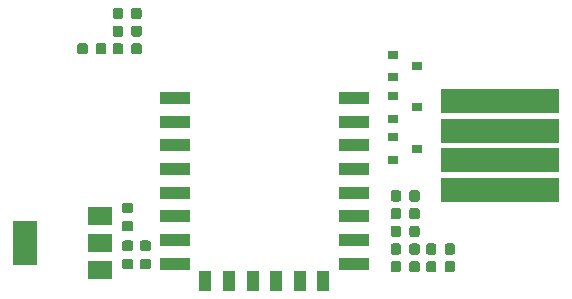
<source format=gbr>
G04 #@! TF.GenerationSoftware,KiCad,Pcbnew,5.0.1*
G04 #@! TF.CreationDate,2019-01-30T16:31:46+01:00*
G04 #@! TF.ProjectId,esp8266_rgb_strip_controller,657370383236365F736578795F737472,rev?*
G04 #@! TF.SameCoordinates,Original*
G04 #@! TF.FileFunction,Paste,Top*
G04 #@! TF.FilePolarity,Positive*
%FSLAX46Y46*%
G04 Gerber Fmt 4.6, Leading zero omitted, Abs format (unit mm)*
G04 Created by KiCad (PCBNEW 5.0.1) date Wed 30 Jan 2019 04:31:46 PM CET*
%MOMM*%
%LPD*%
G01*
G04 APERTURE LIST*
%ADD10R,2.500000X1.000000*%
%ADD11R,1.000000X1.800000*%
%ADD12R,0.900000X0.800000*%
%ADD13C,0.100000*%
%ADD14C,0.875000*%
%ADD15R,2.000000X3.800000*%
%ADD16R,2.000000X1.500000*%
%ADD17R,10.000000X2.000000*%
G04 APERTURE END LIST*
D10*
G04 #@! TO.C,U2*
X109475001Y-67725001D03*
X109475001Y-69725001D03*
X109475001Y-71725001D03*
X109475001Y-73725001D03*
X109475001Y-75725001D03*
X109475001Y-77725001D03*
X109475001Y-79725001D03*
X109475001Y-81725001D03*
D11*
X112075001Y-83225001D03*
X114075001Y-83225001D03*
X116075001Y-83225001D03*
X118075001Y-83225001D03*
X120075001Y-83225001D03*
X122075001Y-83225001D03*
D10*
X124675001Y-81725001D03*
X124675001Y-79725001D03*
X124675001Y-77725001D03*
X124675001Y-75725001D03*
X124675001Y-73725001D03*
X124675001Y-71725001D03*
X124675001Y-69725001D03*
X124675001Y-67725001D03*
G04 #@! TD*
D12*
G04 #@! TO.C,Q1*
X128000000Y-64050000D03*
X128000000Y-65950000D03*
X130000000Y-65000000D03*
G04 #@! TD*
G04 #@! TO.C,Q2*
X130000000Y-68500000D03*
X128000000Y-69450000D03*
X128000000Y-67550000D03*
G04 #@! TD*
G04 #@! TO.C,Q3*
X128000000Y-71050000D03*
X128000000Y-72950000D03*
X130000000Y-72000000D03*
G04 #@! TD*
D13*
G04 #@! TO.C,R1*
G36*
X106490191Y-61576053D02*
X106511426Y-61579203D01*
X106532250Y-61584419D01*
X106552462Y-61591651D01*
X106571868Y-61600830D01*
X106590281Y-61611866D01*
X106607524Y-61624654D01*
X106623430Y-61639070D01*
X106637846Y-61654976D01*
X106650634Y-61672219D01*
X106661670Y-61690632D01*
X106670849Y-61710038D01*
X106678081Y-61730250D01*
X106683297Y-61751074D01*
X106686447Y-61772309D01*
X106687500Y-61793750D01*
X106687500Y-62306250D01*
X106686447Y-62327691D01*
X106683297Y-62348926D01*
X106678081Y-62369750D01*
X106670849Y-62389962D01*
X106661670Y-62409368D01*
X106650634Y-62427781D01*
X106637846Y-62445024D01*
X106623430Y-62460930D01*
X106607524Y-62475346D01*
X106590281Y-62488134D01*
X106571868Y-62499170D01*
X106552462Y-62508349D01*
X106532250Y-62515581D01*
X106511426Y-62520797D01*
X106490191Y-62523947D01*
X106468750Y-62525000D01*
X106031250Y-62525000D01*
X106009809Y-62523947D01*
X105988574Y-62520797D01*
X105967750Y-62515581D01*
X105947538Y-62508349D01*
X105928132Y-62499170D01*
X105909719Y-62488134D01*
X105892476Y-62475346D01*
X105876570Y-62460930D01*
X105862154Y-62445024D01*
X105849366Y-62427781D01*
X105838330Y-62409368D01*
X105829151Y-62389962D01*
X105821919Y-62369750D01*
X105816703Y-62348926D01*
X105813553Y-62327691D01*
X105812500Y-62306250D01*
X105812500Y-61793750D01*
X105813553Y-61772309D01*
X105816703Y-61751074D01*
X105821919Y-61730250D01*
X105829151Y-61710038D01*
X105838330Y-61690632D01*
X105849366Y-61672219D01*
X105862154Y-61654976D01*
X105876570Y-61639070D01*
X105892476Y-61624654D01*
X105909719Y-61611866D01*
X105928132Y-61600830D01*
X105947538Y-61591651D01*
X105967750Y-61584419D01*
X105988574Y-61579203D01*
X106009809Y-61576053D01*
X106031250Y-61575000D01*
X106468750Y-61575000D01*
X106490191Y-61576053D01*
X106490191Y-61576053D01*
G37*
D14*
X106250000Y-62050000D03*
D13*
G36*
X104915191Y-61576053D02*
X104936426Y-61579203D01*
X104957250Y-61584419D01*
X104977462Y-61591651D01*
X104996868Y-61600830D01*
X105015281Y-61611866D01*
X105032524Y-61624654D01*
X105048430Y-61639070D01*
X105062846Y-61654976D01*
X105075634Y-61672219D01*
X105086670Y-61690632D01*
X105095849Y-61710038D01*
X105103081Y-61730250D01*
X105108297Y-61751074D01*
X105111447Y-61772309D01*
X105112500Y-61793750D01*
X105112500Y-62306250D01*
X105111447Y-62327691D01*
X105108297Y-62348926D01*
X105103081Y-62369750D01*
X105095849Y-62389962D01*
X105086670Y-62409368D01*
X105075634Y-62427781D01*
X105062846Y-62445024D01*
X105048430Y-62460930D01*
X105032524Y-62475346D01*
X105015281Y-62488134D01*
X104996868Y-62499170D01*
X104977462Y-62508349D01*
X104957250Y-62515581D01*
X104936426Y-62520797D01*
X104915191Y-62523947D01*
X104893750Y-62525000D01*
X104456250Y-62525000D01*
X104434809Y-62523947D01*
X104413574Y-62520797D01*
X104392750Y-62515581D01*
X104372538Y-62508349D01*
X104353132Y-62499170D01*
X104334719Y-62488134D01*
X104317476Y-62475346D01*
X104301570Y-62460930D01*
X104287154Y-62445024D01*
X104274366Y-62427781D01*
X104263330Y-62409368D01*
X104254151Y-62389962D01*
X104246919Y-62369750D01*
X104241703Y-62348926D01*
X104238553Y-62327691D01*
X104237500Y-62306250D01*
X104237500Y-61793750D01*
X104238553Y-61772309D01*
X104241703Y-61751074D01*
X104246919Y-61730250D01*
X104254151Y-61710038D01*
X104263330Y-61690632D01*
X104274366Y-61672219D01*
X104287154Y-61654976D01*
X104301570Y-61639070D01*
X104317476Y-61624654D01*
X104334719Y-61611866D01*
X104353132Y-61600830D01*
X104372538Y-61591651D01*
X104392750Y-61584419D01*
X104413574Y-61579203D01*
X104434809Y-61576053D01*
X104456250Y-61575000D01*
X104893750Y-61575000D01*
X104915191Y-61576053D01*
X104915191Y-61576053D01*
G37*
D14*
X104675000Y-62050000D03*
G04 #@! TD*
D13*
G04 #@! TO.C,R2*
G36*
X104915191Y-60076053D02*
X104936426Y-60079203D01*
X104957250Y-60084419D01*
X104977462Y-60091651D01*
X104996868Y-60100830D01*
X105015281Y-60111866D01*
X105032524Y-60124654D01*
X105048430Y-60139070D01*
X105062846Y-60154976D01*
X105075634Y-60172219D01*
X105086670Y-60190632D01*
X105095849Y-60210038D01*
X105103081Y-60230250D01*
X105108297Y-60251074D01*
X105111447Y-60272309D01*
X105112500Y-60293750D01*
X105112500Y-60806250D01*
X105111447Y-60827691D01*
X105108297Y-60848926D01*
X105103081Y-60869750D01*
X105095849Y-60889962D01*
X105086670Y-60909368D01*
X105075634Y-60927781D01*
X105062846Y-60945024D01*
X105048430Y-60960930D01*
X105032524Y-60975346D01*
X105015281Y-60988134D01*
X104996868Y-60999170D01*
X104977462Y-61008349D01*
X104957250Y-61015581D01*
X104936426Y-61020797D01*
X104915191Y-61023947D01*
X104893750Y-61025000D01*
X104456250Y-61025000D01*
X104434809Y-61023947D01*
X104413574Y-61020797D01*
X104392750Y-61015581D01*
X104372538Y-61008349D01*
X104353132Y-60999170D01*
X104334719Y-60988134D01*
X104317476Y-60975346D01*
X104301570Y-60960930D01*
X104287154Y-60945024D01*
X104274366Y-60927781D01*
X104263330Y-60909368D01*
X104254151Y-60889962D01*
X104246919Y-60869750D01*
X104241703Y-60848926D01*
X104238553Y-60827691D01*
X104237500Y-60806250D01*
X104237500Y-60293750D01*
X104238553Y-60272309D01*
X104241703Y-60251074D01*
X104246919Y-60230250D01*
X104254151Y-60210038D01*
X104263330Y-60190632D01*
X104274366Y-60172219D01*
X104287154Y-60154976D01*
X104301570Y-60139070D01*
X104317476Y-60124654D01*
X104334719Y-60111866D01*
X104353132Y-60100830D01*
X104372538Y-60091651D01*
X104392750Y-60084419D01*
X104413574Y-60079203D01*
X104434809Y-60076053D01*
X104456250Y-60075000D01*
X104893750Y-60075000D01*
X104915191Y-60076053D01*
X104915191Y-60076053D01*
G37*
D14*
X104675000Y-60550000D03*
D13*
G36*
X106490191Y-60076053D02*
X106511426Y-60079203D01*
X106532250Y-60084419D01*
X106552462Y-60091651D01*
X106571868Y-60100830D01*
X106590281Y-60111866D01*
X106607524Y-60124654D01*
X106623430Y-60139070D01*
X106637846Y-60154976D01*
X106650634Y-60172219D01*
X106661670Y-60190632D01*
X106670849Y-60210038D01*
X106678081Y-60230250D01*
X106683297Y-60251074D01*
X106686447Y-60272309D01*
X106687500Y-60293750D01*
X106687500Y-60806250D01*
X106686447Y-60827691D01*
X106683297Y-60848926D01*
X106678081Y-60869750D01*
X106670849Y-60889962D01*
X106661670Y-60909368D01*
X106650634Y-60927781D01*
X106637846Y-60945024D01*
X106623430Y-60960930D01*
X106607524Y-60975346D01*
X106590281Y-60988134D01*
X106571868Y-60999170D01*
X106552462Y-61008349D01*
X106532250Y-61015581D01*
X106511426Y-61020797D01*
X106490191Y-61023947D01*
X106468750Y-61025000D01*
X106031250Y-61025000D01*
X106009809Y-61023947D01*
X105988574Y-61020797D01*
X105967750Y-61015581D01*
X105947538Y-61008349D01*
X105928132Y-60999170D01*
X105909719Y-60988134D01*
X105892476Y-60975346D01*
X105876570Y-60960930D01*
X105862154Y-60945024D01*
X105849366Y-60927781D01*
X105838330Y-60909368D01*
X105829151Y-60889962D01*
X105821919Y-60869750D01*
X105816703Y-60848926D01*
X105813553Y-60827691D01*
X105812500Y-60806250D01*
X105812500Y-60293750D01*
X105813553Y-60272309D01*
X105816703Y-60251074D01*
X105821919Y-60230250D01*
X105829151Y-60210038D01*
X105838330Y-60190632D01*
X105849366Y-60172219D01*
X105862154Y-60154976D01*
X105876570Y-60139070D01*
X105892476Y-60124654D01*
X105909719Y-60111866D01*
X105928132Y-60100830D01*
X105947538Y-60091651D01*
X105967750Y-60084419D01*
X105988574Y-60079203D01*
X106009809Y-60076053D01*
X106031250Y-60075000D01*
X106468750Y-60075000D01*
X106490191Y-60076053D01*
X106490191Y-60076053D01*
G37*
D14*
X106250000Y-60550000D03*
G04 #@! TD*
D13*
G04 #@! TO.C,R3*
G36*
X101915191Y-63076053D02*
X101936426Y-63079203D01*
X101957250Y-63084419D01*
X101977462Y-63091651D01*
X101996868Y-63100830D01*
X102015281Y-63111866D01*
X102032524Y-63124654D01*
X102048430Y-63139070D01*
X102062846Y-63154976D01*
X102075634Y-63172219D01*
X102086670Y-63190632D01*
X102095849Y-63210038D01*
X102103081Y-63230250D01*
X102108297Y-63251074D01*
X102111447Y-63272309D01*
X102112500Y-63293750D01*
X102112500Y-63806250D01*
X102111447Y-63827691D01*
X102108297Y-63848926D01*
X102103081Y-63869750D01*
X102095849Y-63889962D01*
X102086670Y-63909368D01*
X102075634Y-63927781D01*
X102062846Y-63945024D01*
X102048430Y-63960930D01*
X102032524Y-63975346D01*
X102015281Y-63988134D01*
X101996868Y-63999170D01*
X101977462Y-64008349D01*
X101957250Y-64015581D01*
X101936426Y-64020797D01*
X101915191Y-64023947D01*
X101893750Y-64025000D01*
X101456250Y-64025000D01*
X101434809Y-64023947D01*
X101413574Y-64020797D01*
X101392750Y-64015581D01*
X101372538Y-64008349D01*
X101353132Y-63999170D01*
X101334719Y-63988134D01*
X101317476Y-63975346D01*
X101301570Y-63960930D01*
X101287154Y-63945024D01*
X101274366Y-63927781D01*
X101263330Y-63909368D01*
X101254151Y-63889962D01*
X101246919Y-63869750D01*
X101241703Y-63848926D01*
X101238553Y-63827691D01*
X101237500Y-63806250D01*
X101237500Y-63293750D01*
X101238553Y-63272309D01*
X101241703Y-63251074D01*
X101246919Y-63230250D01*
X101254151Y-63210038D01*
X101263330Y-63190632D01*
X101274366Y-63172219D01*
X101287154Y-63154976D01*
X101301570Y-63139070D01*
X101317476Y-63124654D01*
X101334719Y-63111866D01*
X101353132Y-63100830D01*
X101372538Y-63091651D01*
X101392750Y-63084419D01*
X101413574Y-63079203D01*
X101434809Y-63076053D01*
X101456250Y-63075000D01*
X101893750Y-63075000D01*
X101915191Y-63076053D01*
X101915191Y-63076053D01*
G37*
D14*
X101675000Y-63550000D03*
D13*
G36*
X103490191Y-63076053D02*
X103511426Y-63079203D01*
X103532250Y-63084419D01*
X103552462Y-63091651D01*
X103571868Y-63100830D01*
X103590281Y-63111866D01*
X103607524Y-63124654D01*
X103623430Y-63139070D01*
X103637846Y-63154976D01*
X103650634Y-63172219D01*
X103661670Y-63190632D01*
X103670849Y-63210038D01*
X103678081Y-63230250D01*
X103683297Y-63251074D01*
X103686447Y-63272309D01*
X103687500Y-63293750D01*
X103687500Y-63806250D01*
X103686447Y-63827691D01*
X103683297Y-63848926D01*
X103678081Y-63869750D01*
X103670849Y-63889962D01*
X103661670Y-63909368D01*
X103650634Y-63927781D01*
X103637846Y-63945024D01*
X103623430Y-63960930D01*
X103607524Y-63975346D01*
X103590281Y-63988134D01*
X103571868Y-63999170D01*
X103552462Y-64008349D01*
X103532250Y-64015581D01*
X103511426Y-64020797D01*
X103490191Y-64023947D01*
X103468750Y-64025000D01*
X103031250Y-64025000D01*
X103009809Y-64023947D01*
X102988574Y-64020797D01*
X102967750Y-64015581D01*
X102947538Y-64008349D01*
X102928132Y-63999170D01*
X102909719Y-63988134D01*
X102892476Y-63975346D01*
X102876570Y-63960930D01*
X102862154Y-63945024D01*
X102849366Y-63927781D01*
X102838330Y-63909368D01*
X102829151Y-63889962D01*
X102821919Y-63869750D01*
X102816703Y-63848926D01*
X102813553Y-63827691D01*
X102812500Y-63806250D01*
X102812500Y-63293750D01*
X102813553Y-63272309D01*
X102816703Y-63251074D01*
X102821919Y-63230250D01*
X102829151Y-63210038D01*
X102838330Y-63190632D01*
X102849366Y-63172219D01*
X102862154Y-63154976D01*
X102876570Y-63139070D01*
X102892476Y-63124654D01*
X102909719Y-63111866D01*
X102928132Y-63100830D01*
X102947538Y-63091651D01*
X102967750Y-63084419D01*
X102988574Y-63079203D01*
X103009809Y-63076053D01*
X103031250Y-63075000D01*
X103468750Y-63075000D01*
X103490191Y-63076053D01*
X103490191Y-63076053D01*
G37*
D14*
X103250000Y-63550000D03*
G04 #@! TD*
D13*
G04 #@! TO.C,R4*
G36*
X106490191Y-63076053D02*
X106511426Y-63079203D01*
X106532250Y-63084419D01*
X106552462Y-63091651D01*
X106571868Y-63100830D01*
X106590281Y-63111866D01*
X106607524Y-63124654D01*
X106623430Y-63139070D01*
X106637846Y-63154976D01*
X106650634Y-63172219D01*
X106661670Y-63190632D01*
X106670849Y-63210038D01*
X106678081Y-63230250D01*
X106683297Y-63251074D01*
X106686447Y-63272309D01*
X106687500Y-63293750D01*
X106687500Y-63806250D01*
X106686447Y-63827691D01*
X106683297Y-63848926D01*
X106678081Y-63869750D01*
X106670849Y-63889962D01*
X106661670Y-63909368D01*
X106650634Y-63927781D01*
X106637846Y-63945024D01*
X106623430Y-63960930D01*
X106607524Y-63975346D01*
X106590281Y-63988134D01*
X106571868Y-63999170D01*
X106552462Y-64008349D01*
X106532250Y-64015581D01*
X106511426Y-64020797D01*
X106490191Y-64023947D01*
X106468750Y-64025000D01*
X106031250Y-64025000D01*
X106009809Y-64023947D01*
X105988574Y-64020797D01*
X105967750Y-64015581D01*
X105947538Y-64008349D01*
X105928132Y-63999170D01*
X105909719Y-63988134D01*
X105892476Y-63975346D01*
X105876570Y-63960930D01*
X105862154Y-63945024D01*
X105849366Y-63927781D01*
X105838330Y-63909368D01*
X105829151Y-63889962D01*
X105821919Y-63869750D01*
X105816703Y-63848926D01*
X105813553Y-63827691D01*
X105812500Y-63806250D01*
X105812500Y-63293750D01*
X105813553Y-63272309D01*
X105816703Y-63251074D01*
X105821919Y-63230250D01*
X105829151Y-63210038D01*
X105838330Y-63190632D01*
X105849366Y-63172219D01*
X105862154Y-63154976D01*
X105876570Y-63139070D01*
X105892476Y-63124654D01*
X105909719Y-63111866D01*
X105928132Y-63100830D01*
X105947538Y-63091651D01*
X105967750Y-63084419D01*
X105988574Y-63079203D01*
X106009809Y-63076053D01*
X106031250Y-63075000D01*
X106468750Y-63075000D01*
X106490191Y-63076053D01*
X106490191Y-63076053D01*
G37*
D14*
X106250000Y-63550000D03*
D13*
G36*
X104915191Y-63076053D02*
X104936426Y-63079203D01*
X104957250Y-63084419D01*
X104977462Y-63091651D01*
X104996868Y-63100830D01*
X105015281Y-63111866D01*
X105032524Y-63124654D01*
X105048430Y-63139070D01*
X105062846Y-63154976D01*
X105075634Y-63172219D01*
X105086670Y-63190632D01*
X105095849Y-63210038D01*
X105103081Y-63230250D01*
X105108297Y-63251074D01*
X105111447Y-63272309D01*
X105112500Y-63293750D01*
X105112500Y-63806250D01*
X105111447Y-63827691D01*
X105108297Y-63848926D01*
X105103081Y-63869750D01*
X105095849Y-63889962D01*
X105086670Y-63909368D01*
X105075634Y-63927781D01*
X105062846Y-63945024D01*
X105048430Y-63960930D01*
X105032524Y-63975346D01*
X105015281Y-63988134D01*
X104996868Y-63999170D01*
X104977462Y-64008349D01*
X104957250Y-64015581D01*
X104936426Y-64020797D01*
X104915191Y-64023947D01*
X104893750Y-64025000D01*
X104456250Y-64025000D01*
X104434809Y-64023947D01*
X104413574Y-64020797D01*
X104392750Y-64015581D01*
X104372538Y-64008349D01*
X104353132Y-63999170D01*
X104334719Y-63988134D01*
X104317476Y-63975346D01*
X104301570Y-63960930D01*
X104287154Y-63945024D01*
X104274366Y-63927781D01*
X104263330Y-63909368D01*
X104254151Y-63889962D01*
X104246919Y-63869750D01*
X104241703Y-63848926D01*
X104238553Y-63827691D01*
X104237500Y-63806250D01*
X104237500Y-63293750D01*
X104238553Y-63272309D01*
X104241703Y-63251074D01*
X104246919Y-63230250D01*
X104254151Y-63210038D01*
X104263330Y-63190632D01*
X104274366Y-63172219D01*
X104287154Y-63154976D01*
X104301570Y-63139070D01*
X104317476Y-63124654D01*
X104334719Y-63111866D01*
X104353132Y-63100830D01*
X104372538Y-63091651D01*
X104392750Y-63084419D01*
X104413574Y-63079203D01*
X104434809Y-63076053D01*
X104456250Y-63075000D01*
X104893750Y-63075000D01*
X104915191Y-63076053D01*
X104915191Y-63076053D01*
G37*
D14*
X104675000Y-63550000D03*
G04 #@! TD*
D13*
G04 #@! TO.C,R5*
G36*
X128452691Y-75526053D02*
X128473926Y-75529203D01*
X128494750Y-75534419D01*
X128514962Y-75541651D01*
X128534368Y-75550830D01*
X128552781Y-75561866D01*
X128570024Y-75574654D01*
X128585930Y-75589070D01*
X128600346Y-75604976D01*
X128613134Y-75622219D01*
X128624170Y-75640632D01*
X128633349Y-75660038D01*
X128640581Y-75680250D01*
X128645797Y-75701074D01*
X128648947Y-75722309D01*
X128650000Y-75743750D01*
X128650000Y-76256250D01*
X128648947Y-76277691D01*
X128645797Y-76298926D01*
X128640581Y-76319750D01*
X128633349Y-76339962D01*
X128624170Y-76359368D01*
X128613134Y-76377781D01*
X128600346Y-76395024D01*
X128585930Y-76410930D01*
X128570024Y-76425346D01*
X128552781Y-76438134D01*
X128534368Y-76449170D01*
X128514962Y-76458349D01*
X128494750Y-76465581D01*
X128473926Y-76470797D01*
X128452691Y-76473947D01*
X128431250Y-76475000D01*
X127993750Y-76475000D01*
X127972309Y-76473947D01*
X127951074Y-76470797D01*
X127930250Y-76465581D01*
X127910038Y-76458349D01*
X127890632Y-76449170D01*
X127872219Y-76438134D01*
X127854976Y-76425346D01*
X127839070Y-76410930D01*
X127824654Y-76395024D01*
X127811866Y-76377781D01*
X127800830Y-76359368D01*
X127791651Y-76339962D01*
X127784419Y-76319750D01*
X127779203Y-76298926D01*
X127776053Y-76277691D01*
X127775000Y-76256250D01*
X127775000Y-75743750D01*
X127776053Y-75722309D01*
X127779203Y-75701074D01*
X127784419Y-75680250D01*
X127791651Y-75660038D01*
X127800830Y-75640632D01*
X127811866Y-75622219D01*
X127824654Y-75604976D01*
X127839070Y-75589070D01*
X127854976Y-75574654D01*
X127872219Y-75561866D01*
X127890632Y-75550830D01*
X127910038Y-75541651D01*
X127930250Y-75534419D01*
X127951074Y-75529203D01*
X127972309Y-75526053D01*
X127993750Y-75525000D01*
X128431250Y-75525000D01*
X128452691Y-75526053D01*
X128452691Y-75526053D01*
G37*
D14*
X128212500Y-76000000D03*
D13*
G36*
X130027691Y-75526053D02*
X130048926Y-75529203D01*
X130069750Y-75534419D01*
X130089962Y-75541651D01*
X130109368Y-75550830D01*
X130127781Y-75561866D01*
X130145024Y-75574654D01*
X130160930Y-75589070D01*
X130175346Y-75604976D01*
X130188134Y-75622219D01*
X130199170Y-75640632D01*
X130208349Y-75660038D01*
X130215581Y-75680250D01*
X130220797Y-75701074D01*
X130223947Y-75722309D01*
X130225000Y-75743750D01*
X130225000Y-76256250D01*
X130223947Y-76277691D01*
X130220797Y-76298926D01*
X130215581Y-76319750D01*
X130208349Y-76339962D01*
X130199170Y-76359368D01*
X130188134Y-76377781D01*
X130175346Y-76395024D01*
X130160930Y-76410930D01*
X130145024Y-76425346D01*
X130127781Y-76438134D01*
X130109368Y-76449170D01*
X130089962Y-76458349D01*
X130069750Y-76465581D01*
X130048926Y-76470797D01*
X130027691Y-76473947D01*
X130006250Y-76475000D01*
X129568750Y-76475000D01*
X129547309Y-76473947D01*
X129526074Y-76470797D01*
X129505250Y-76465581D01*
X129485038Y-76458349D01*
X129465632Y-76449170D01*
X129447219Y-76438134D01*
X129429976Y-76425346D01*
X129414070Y-76410930D01*
X129399654Y-76395024D01*
X129386866Y-76377781D01*
X129375830Y-76359368D01*
X129366651Y-76339962D01*
X129359419Y-76319750D01*
X129354203Y-76298926D01*
X129351053Y-76277691D01*
X129350000Y-76256250D01*
X129350000Y-75743750D01*
X129351053Y-75722309D01*
X129354203Y-75701074D01*
X129359419Y-75680250D01*
X129366651Y-75660038D01*
X129375830Y-75640632D01*
X129386866Y-75622219D01*
X129399654Y-75604976D01*
X129414070Y-75589070D01*
X129429976Y-75574654D01*
X129447219Y-75561866D01*
X129465632Y-75550830D01*
X129485038Y-75541651D01*
X129505250Y-75534419D01*
X129526074Y-75529203D01*
X129547309Y-75526053D01*
X129568750Y-75525000D01*
X130006250Y-75525000D01*
X130027691Y-75526053D01*
X130027691Y-75526053D01*
G37*
D14*
X129787500Y-76000000D03*
G04 #@! TD*
D13*
G04 #@! TO.C,R6*
G36*
X128452691Y-77026053D02*
X128473926Y-77029203D01*
X128494750Y-77034419D01*
X128514962Y-77041651D01*
X128534368Y-77050830D01*
X128552781Y-77061866D01*
X128570024Y-77074654D01*
X128585930Y-77089070D01*
X128600346Y-77104976D01*
X128613134Y-77122219D01*
X128624170Y-77140632D01*
X128633349Y-77160038D01*
X128640581Y-77180250D01*
X128645797Y-77201074D01*
X128648947Y-77222309D01*
X128650000Y-77243750D01*
X128650000Y-77756250D01*
X128648947Y-77777691D01*
X128645797Y-77798926D01*
X128640581Y-77819750D01*
X128633349Y-77839962D01*
X128624170Y-77859368D01*
X128613134Y-77877781D01*
X128600346Y-77895024D01*
X128585930Y-77910930D01*
X128570024Y-77925346D01*
X128552781Y-77938134D01*
X128534368Y-77949170D01*
X128514962Y-77958349D01*
X128494750Y-77965581D01*
X128473926Y-77970797D01*
X128452691Y-77973947D01*
X128431250Y-77975000D01*
X127993750Y-77975000D01*
X127972309Y-77973947D01*
X127951074Y-77970797D01*
X127930250Y-77965581D01*
X127910038Y-77958349D01*
X127890632Y-77949170D01*
X127872219Y-77938134D01*
X127854976Y-77925346D01*
X127839070Y-77910930D01*
X127824654Y-77895024D01*
X127811866Y-77877781D01*
X127800830Y-77859368D01*
X127791651Y-77839962D01*
X127784419Y-77819750D01*
X127779203Y-77798926D01*
X127776053Y-77777691D01*
X127775000Y-77756250D01*
X127775000Y-77243750D01*
X127776053Y-77222309D01*
X127779203Y-77201074D01*
X127784419Y-77180250D01*
X127791651Y-77160038D01*
X127800830Y-77140632D01*
X127811866Y-77122219D01*
X127824654Y-77104976D01*
X127839070Y-77089070D01*
X127854976Y-77074654D01*
X127872219Y-77061866D01*
X127890632Y-77050830D01*
X127910038Y-77041651D01*
X127930250Y-77034419D01*
X127951074Y-77029203D01*
X127972309Y-77026053D01*
X127993750Y-77025000D01*
X128431250Y-77025000D01*
X128452691Y-77026053D01*
X128452691Y-77026053D01*
G37*
D14*
X128212500Y-77500000D03*
D13*
G36*
X130027691Y-77026053D02*
X130048926Y-77029203D01*
X130069750Y-77034419D01*
X130089962Y-77041651D01*
X130109368Y-77050830D01*
X130127781Y-77061866D01*
X130145024Y-77074654D01*
X130160930Y-77089070D01*
X130175346Y-77104976D01*
X130188134Y-77122219D01*
X130199170Y-77140632D01*
X130208349Y-77160038D01*
X130215581Y-77180250D01*
X130220797Y-77201074D01*
X130223947Y-77222309D01*
X130225000Y-77243750D01*
X130225000Y-77756250D01*
X130223947Y-77777691D01*
X130220797Y-77798926D01*
X130215581Y-77819750D01*
X130208349Y-77839962D01*
X130199170Y-77859368D01*
X130188134Y-77877781D01*
X130175346Y-77895024D01*
X130160930Y-77910930D01*
X130145024Y-77925346D01*
X130127781Y-77938134D01*
X130109368Y-77949170D01*
X130089962Y-77958349D01*
X130069750Y-77965581D01*
X130048926Y-77970797D01*
X130027691Y-77973947D01*
X130006250Y-77975000D01*
X129568750Y-77975000D01*
X129547309Y-77973947D01*
X129526074Y-77970797D01*
X129505250Y-77965581D01*
X129485038Y-77958349D01*
X129465632Y-77949170D01*
X129447219Y-77938134D01*
X129429976Y-77925346D01*
X129414070Y-77910930D01*
X129399654Y-77895024D01*
X129386866Y-77877781D01*
X129375830Y-77859368D01*
X129366651Y-77839962D01*
X129359419Y-77819750D01*
X129354203Y-77798926D01*
X129351053Y-77777691D01*
X129350000Y-77756250D01*
X129350000Y-77243750D01*
X129351053Y-77222309D01*
X129354203Y-77201074D01*
X129359419Y-77180250D01*
X129366651Y-77160038D01*
X129375830Y-77140632D01*
X129386866Y-77122219D01*
X129399654Y-77104976D01*
X129414070Y-77089070D01*
X129429976Y-77074654D01*
X129447219Y-77061866D01*
X129465632Y-77050830D01*
X129485038Y-77041651D01*
X129505250Y-77034419D01*
X129526074Y-77029203D01*
X129547309Y-77026053D01*
X129568750Y-77025000D01*
X130006250Y-77025000D01*
X130027691Y-77026053D01*
X130027691Y-77026053D01*
G37*
D14*
X129787500Y-77500000D03*
G04 #@! TD*
D13*
G04 #@! TO.C,R7*
G36*
X130027691Y-78526053D02*
X130048926Y-78529203D01*
X130069750Y-78534419D01*
X130089962Y-78541651D01*
X130109368Y-78550830D01*
X130127781Y-78561866D01*
X130145024Y-78574654D01*
X130160930Y-78589070D01*
X130175346Y-78604976D01*
X130188134Y-78622219D01*
X130199170Y-78640632D01*
X130208349Y-78660038D01*
X130215581Y-78680250D01*
X130220797Y-78701074D01*
X130223947Y-78722309D01*
X130225000Y-78743750D01*
X130225000Y-79256250D01*
X130223947Y-79277691D01*
X130220797Y-79298926D01*
X130215581Y-79319750D01*
X130208349Y-79339962D01*
X130199170Y-79359368D01*
X130188134Y-79377781D01*
X130175346Y-79395024D01*
X130160930Y-79410930D01*
X130145024Y-79425346D01*
X130127781Y-79438134D01*
X130109368Y-79449170D01*
X130089962Y-79458349D01*
X130069750Y-79465581D01*
X130048926Y-79470797D01*
X130027691Y-79473947D01*
X130006250Y-79475000D01*
X129568750Y-79475000D01*
X129547309Y-79473947D01*
X129526074Y-79470797D01*
X129505250Y-79465581D01*
X129485038Y-79458349D01*
X129465632Y-79449170D01*
X129447219Y-79438134D01*
X129429976Y-79425346D01*
X129414070Y-79410930D01*
X129399654Y-79395024D01*
X129386866Y-79377781D01*
X129375830Y-79359368D01*
X129366651Y-79339962D01*
X129359419Y-79319750D01*
X129354203Y-79298926D01*
X129351053Y-79277691D01*
X129350000Y-79256250D01*
X129350000Y-78743750D01*
X129351053Y-78722309D01*
X129354203Y-78701074D01*
X129359419Y-78680250D01*
X129366651Y-78660038D01*
X129375830Y-78640632D01*
X129386866Y-78622219D01*
X129399654Y-78604976D01*
X129414070Y-78589070D01*
X129429976Y-78574654D01*
X129447219Y-78561866D01*
X129465632Y-78550830D01*
X129485038Y-78541651D01*
X129505250Y-78534419D01*
X129526074Y-78529203D01*
X129547309Y-78526053D01*
X129568750Y-78525000D01*
X130006250Y-78525000D01*
X130027691Y-78526053D01*
X130027691Y-78526053D01*
G37*
D14*
X129787500Y-79000000D03*
D13*
G36*
X128452691Y-78526053D02*
X128473926Y-78529203D01*
X128494750Y-78534419D01*
X128514962Y-78541651D01*
X128534368Y-78550830D01*
X128552781Y-78561866D01*
X128570024Y-78574654D01*
X128585930Y-78589070D01*
X128600346Y-78604976D01*
X128613134Y-78622219D01*
X128624170Y-78640632D01*
X128633349Y-78660038D01*
X128640581Y-78680250D01*
X128645797Y-78701074D01*
X128648947Y-78722309D01*
X128650000Y-78743750D01*
X128650000Y-79256250D01*
X128648947Y-79277691D01*
X128645797Y-79298926D01*
X128640581Y-79319750D01*
X128633349Y-79339962D01*
X128624170Y-79359368D01*
X128613134Y-79377781D01*
X128600346Y-79395024D01*
X128585930Y-79410930D01*
X128570024Y-79425346D01*
X128552781Y-79438134D01*
X128534368Y-79449170D01*
X128514962Y-79458349D01*
X128494750Y-79465581D01*
X128473926Y-79470797D01*
X128452691Y-79473947D01*
X128431250Y-79475000D01*
X127993750Y-79475000D01*
X127972309Y-79473947D01*
X127951074Y-79470797D01*
X127930250Y-79465581D01*
X127910038Y-79458349D01*
X127890632Y-79449170D01*
X127872219Y-79438134D01*
X127854976Y-79425346D01*
X127839070Y-79410930D01*
X127824654Y-79395024D01*
X127811866Y-79377781D01*
X127800830Y-79359368D01*
X127791651Y-79339962D01*
X127784419Y-79319750D01*
X127779203Y-79298926D01*
X127776053Y-79277691D01*
X127775000Y-79256250D01*
X127775000Y-78743750D01*
X127776053Y-78722309D01*
X127779203Y-78701074D01*
X127784419Y-78680250D01*
X127791651Y-78660038D01*
X127800830Y-78640632D01*
X127811866Y-78622219D01*
X127824654Y-78604976D01*
X127839070Y-78589070D01*
X127854976Y-78574654D01*
X127872219Y-78561866D01*
X127890632Y-78550830D01*
X127910038Y-78541651D01*
X127930250Y-78534419D01*
X127951074Y-78529203D01*
X127972309Y-78526053D01*
X127993750Y-78525000D01*
X128431250Y-78525000D01*
X128452691Y-78526053D01*
X128452691Y-78526053D01*
G37*
D14*
X128212500Y-79000000D03*
G04 #@! TD*
D15*
G04 #@! TO.C,U1*
X96850000Y-80000000D03*
D16*
X103150000Y-80000000D03*
X103150000Y-77700000D03*
X103150000Y-82300000D03*
G04 #@! TD*
D13*
G04 #@! TO.C,C1*
G36*
X105777691Y-76563553D02*
X105798926Y-76566703D01*
X105819750Y-76571919D01*
X105839962Y-76579151D01*
X105859368Y-76588330D01*
X105877781Y-76599366D01*
X105895024Y-76612154D01*
X105910930Y-76626570D01*
X105925346Y-76642476D01*
X105938134Y-76659719D01*
X105949170Y-76678132D01*
X105958349Y-76697538D01*
X105965581Y-76717750D01*
X105970797Y-76738574D01*
X105973947Y-76759809D01*
X105975000Y-76781250D01*
X105975000Y-77218750D01*
X105973947Y-77240191D01*
X105970797Y-77261426D01*
X105965581Y-77282250D01*
X105958349Y-77302462D01*
X105949170Y-77321868D01*
X105938134Y-77340281D01*
X105925346Y-77357524D01*
X105910930Y-77373430D01*
X105895024Y-77387846D01*
X105877781Y-77400634D01*
X105859368Y-77411670D01*
X105839962Y-77420849D01*
X105819750Y-77428081D01*
X105798926Y-77433297D01*
X105777691Y-77436447D01*
X105756250Y-77437500D01*
X105243750Y-77437500D01*
X105222309Y-77436447D01*
X105201074Y-77433297D01*
X105180250Y-77428081D01*
X105160038Y-77420849D01*
X105140632Y-77411670D01*
X105122219Y-77400634D01*
X105104976Y-77387846D01*
X105089070Y-77373430D01*
X105074654Y-77357524D01*
X105061866Y-77340281D01*
X105050830Y-77321868D01*
X105041651Y-77302462D01*
X105034419Y-77282250D01*
X105029203Y-77261426D01*
X105026053Y-77240191D01*
X105025000Y-77218750D01*
X105025000Y-76781250D01*
X105026053Y-76759809D01*
X105029203Y-76738574D01*
X105034419Y-76717750D01*
X105041651Y-76697538D01*
X105050830Y-76678132D01*
X105061866Y-76659719D01*
X105074654Y-76642476D01*
X105089070Y-76626570D01*
X105104976Y-76612154D01*
X105122219Y-76599366D01*
X105140632Y-76588330D01*
X105160038Y-76579151D01*
X105180250Y-76571919D01*
X105201074Y-76566703D01*
X105222309Y-76563553D01*
X105243750Y-76562500D01*
X105756250Y-76562500D01*
X105777691Y-76563553D01*
X105777691Y-76563553D01*
G37*
D14*
X105500000Y-77000000D03*
D13*
G36*
X105777691Y-78138553D02*
X105798926Y-78141703D01*
X105819750Y-78146919D01*
X105839962Y-78154151D01*
X105859368Y-78163330D01*
X105877781Y-78174366D01*
X105895024Y-78187154D01*
X105910930Y-78201570D01*
X105925346Y-78217476D01*
X105938134Y-78234719D01*
X105949170Y-78253132D01*
X105958349Y-78272538D01*
X105965581Y-78292750D01*
X105970797Y-78313574D01*
X105973947Y-78334809D01*
X105975000Y-78356250D01*
X105975000Y-78793750D01*
X105973947Y-78815191D01*
X105970797Y-78836426D01*
X105965581Y-78857250D01*
X105958349Y-78877462D01*
X105949170Y-78896868D01*
X105938134Y-78915281D01*
X105925346Y-78932524D01*
X105910930Y-78948430D01*
X105895024Y-78962846D01*
X105877781Y-78975634D01*
X105859368Y-78986670D01*
X105839962Y-78995849D01*
X105819750Y-79003081D01*
X105798926Y-79008297D01*
X105777691Y-79011447D01*
X105756250Y-79012500D01*
X105243750Y-79012500D01*
X105222309Y-79011447D01*
X105201074Y-79008297D01*
X105180250Y-79003081D01*
X105160038Y-78995849D01*
X105140632Y-78986670D01*
X105122219Y-78975634D01*
X105104976Y-78962846D01*
X105089070Y-78948430D01*
X105074654Y-78932524D01*
X105061866Y-78915281D01*
X105050830Y-78896868D01*
X105041651Y-78877462D01*
X105034419Y-78857250D01*
X105029203Y-78836426D01*
X105026053Y-78815191D01*
X105025000Y-78793750D01*
X105025000Y-78356250D01*
X105026053Y-78334809D01*
X105029203Y-78313574D01*
X105034419Y-78292750D01*
X105041651Y-78272538D01*
X105050830Y-78253132D01*
X105061866Y-78234719D01*
X105074654Y-78217476D01*
X105089070Y-78201570D01*
X105104976Y-78187154D01*
X105122219Y-78174366D01*
X105140632Y-78163330D01*
X105160038Y-78154151D01*
X105180250Y-78146919D01*
X105201074Y-78141703D01*
X105222309Y-78138553D01*
X105243750Y-78137500D01*
X105756250Y-78137500D01*
X105777691Y-78138553D01*
X105777691Y-78138553D01*
G37*
D14*
X105500000Y-78575000D03*
G04 #@! TD*
D13*
G04 #@! TO.C,C2*
G36*
X105777691Y-79776053D02*
X105798926Y-79779203D01*
X105819750Y-79784419D01*
X105839962Y-79791651D01*
X105859368Y-79800830D01*
X105877781Y-79811866D01*
X105895024Y-79824654D01*
X105910930Y-79839070D01*
X105925346Y-79854976D01*
X105938134Y-79872219D01*
X105949170Y-79890632D01*
X105958349Y-79910038D01*
X105965581Y-79930250D01*
X105970797Y-79951074D01*
X105973947Y-79972309D01*
X105975000Y-79993750D01*
X105975000Y-80431250D01*
X105973947Y-80452691D01*
X105970797Y-80473926D01*
X105965581Y-80494750D01*
X105958349Y-80514962D01*
X105949170Y-80534368D01*
X105938134Y-80552781D01*
X105925346Y-80570024D01*
X105910930Y-80585930D01*
X105895024Y-80600346D01*
X105877781Y-80613134D01*
X105859368Y-80624170D01*
X105839962Y-80633349D01*
X105819750Y-80640581D01*
X105798926Y-80645797D01*
X105777691Y-80648947D01*
X105756250Y-80650000D01*
X105243750Y-80650000D01*
X105222309Y-80648947D01*
X105201074Y-80645797D01*
X105180250Y-80640581D01*
X105160038Y-80633349D01*
X105140632Y-80624170D01*
X105122219Y-80613134D01*
X105104976Y-80600346D01*
X105089070Y-80585930D01*
X105074654Y-80570024D01*
X105061866Y-80552781D01*
X105050830Y-80534368D01*
X105041651Y-80514962D01*
X105034419Y-80494750D01*
X105029203Y-80473926D01*
X105026053Y-80452691D01*
X105025000Y-80431250D01*
X105025000Y-79993750D01*
X105026053Y-79972309D01*
X105029203Y-79951074D01*
X105034419Y-79930250D01*
X105041651Y-79910038D01*
X105050830Y-79890632D01*
X105061866Y-79872219D01*
X105074654Y-79854976D01*
X105089070Y-79839070D01*
X105104976Y-79824654D01*
X105122219Y-79811866D01*
X105140632Y-79800830D01*
X105160038Y-79791651D01*
X105180250Y-79784419D01*
X105201074Y-79779203D01*
X105222309Y-79776053D01*
X105243750Y-79775000D01*
X105756250Y-79775000D01*
X105777691Y-79776053D01*
X105777691Y-79776053D01*
G37*
D14*
X105500000Y-80212500D03*
D13*
G36*
X105777691Y-81351053D02*
X105798926Y-81354203D01*
X105819750Y-81359419D01*
X105839962Y-81366651D01*
X105859368Y-81375830D01*
X105877781Y-81386866D01*
X105895024Y-81399654D01*
X105910930Y-81414070D01*
X105925346Y-81429976D01*
X105938134Y-81447219D01*
X105949170Y-81465632D01*
X105958349Y-81485038D01*
X105965581Y-81505250D01*
X105970797Y-81526074D01*
X105973947Y-81547309D01*
X105975000Y-81568750D01*
X105975000Y-82006250D01*
X105973947Y-82027691D01*
X105970797Y-82048926D01*
X105965581Y-82069750D01*
X105958349Y-82089962D01*
X105949170Y-82109368D01*
X105938134Y-82127781D01*
X105925346Y-82145024D01*
X105910930Y-82160930D01*
X105895024Y-82175346D01*
X105877781Y-82188134D01*
X105859368Y-82199170D01*
X105839962Y-82208349D01*
X105819750Y-82215581D01*
X105798926Y-82220797D01*
X105777691Y-82223947D01*
X105756250Y-82225000D01*
X105243750Y-82225000D01*
X105222309Y-82223947D01*
X105201074Y-82220797D01*
X105180250Y-82215581D01*
X105160038Y-82208349D01*
X105140632Y-82199170D01*
X105122219Y-82188134D01*
X105104976Y-82175346D01*
X105089070Y-82160930D01*
X105074654Y-82145024D01*
X105061866Y-82127781D01*
X105050830Y-82109368D01*
X105041651Y-82089962D01*
X105034419Y-82069750D01*
X105029203Y-82048926D01*
X105026053Y-82027691D01*
X105025000Y-82006250D01*
X105025000Y-81568750D01*
X105026053Y-81547309D01*
X105029203Y-81526074D01*
X105034419Y-81505250D01*
X105041651Y-81485038D01*
X105050830Y-81465632D01*
X105061866Y-81447219D01*
X105074654Y-81429976D01*
X105089070Y-81414070D01*
X105104976Y-81399654D01*
X105122219Y-81386866D01*
X105140632Y-81375830D01*
X105160038Y-81366651D01*
X105180250Y-81359419D01*
X105201074Y-81354203D01*
X105222309Y-81351053D01*
X105243750Y-81350000D01*
X105756250Y-81350000D01*
X105777691Y-81351053D01*
X105777691Y-81351053D01*
G37*
D14*
X105500000Y-81787500D03*
G04 #@! TD*
D13*
G04 #@! TO.C,C3*
G36*
X107277691Y-81351053D02*
X107298926Y-81354203D01*
X107319750Y-81359419D01*
X107339962Y-81366651D01*
X107359368Y-81375830D01*
X107377781Y-81386866D01*
X107395024Y-81399654D01*
X107410930Y-81414070D01*
X107425346Y-81429976D01*
X107438134Y-81447219D01*
X107449170Y-81465632D01*
X107458349Y-81485038D01*
X107465581Y-81505250D01*
X107470797Y-81526074D01*
X107473947Y-81547309D01*
X107475000Y-81568750D01*
X107475000Y-82006250D01*
X107473947Y-82027691D01*
X107470797Y-82048926D01*
X107465581Y-82069750D01*
X107458349Y-82089962D01*
X107449170Y-82109368D01*
X107438134Y-82127781D01*
X107425346Y-82145024D01*
X107410930Y-82160930D01*
X107395024Y-82175346D01*
X107377781Y-82188134D01*
X107359368Y-82199170D01*
X107339962Y-82208349D01*
X107319750Y-82215581D01*
X107298926Y-82220797D01*
X107277691Y-82223947D01*
X107256250Y-82225000D01*
X106743750Y-82225000D01*
X106722309Y-82223947D01*
X106701074Y-82220797D01*
X106680250Y-82215581D01*
X106660038Y-82208349D01*
X106640632Y-82199170D01*
X106622219Y-82188134D01*
X106604976Y-82175346D01*
X106589070Y-82160930D01*
X106574654Y-82145024D01*
X106561866Y-82127781D01*
X106550830Y-82109368D01*
X106541651Y-82089962D01*
X106534419Y-82069750D01*
X106529203Y-82048926D01*
X106526053Y-82027691D01*
X106525000Y-82006250D01*
X106525000Y-81568750D01*
X106526053Y-81547309D01*
X106529203Y-81526074D01*
X106534419Y-81505250D01*
X106541651Y-81485038D01*
X106550830Y-81465632D01*
X106561866Y-81447219D01*
X106574654Y-81429976D01*
X106589070Y-81414070D01*
X106604976Y-81399654D01*
X106622219Y-81386866D01*
X106640632Y-81375830D01*
X106660038Y-81366651D01*
X106680250Y-81359419D01*
X106701074Y-81354203D01*
X106722309Y-81351053D01*
X106743750Y-81350000D01*
X107256250Y-81350000D01*
X107277691Y-81351053D01*
X107277691Y-81351053D01*
G37*
D14*
X107000000Y-81787500D03*
D13*
G36*
X107277691Y-79776053D02*
X107298926Y-79779203D01*
X107319750Y-79784419D01*
X107339962Y-79791651D01*
X107359368Y-79800830D01*
X107377781Y-79811866D01*
X107395024Y-79824654D01*
X107410930Y-79839070D01*
X107425346Y-79854976D01*
X107438134Y-79872219D01*
X107449170Y-79890632D01*
X107458349Y-79910038D01*
X107465581Y-79930250D01*
X107470797Y-79951074D01*
X107473947Y-79972309D01*
X107475000Y-79993750D01*
X107475000Y-80431250D01*
X107473947Y-80452691D01*
X107470797Y-80473926D01*
X107465581Y-80494750D01*
X107458349Y-80514962D01*
X107449170Y-80534368D01*
X107438134Y-80552781D01*
X107425346Y-80570024D01*
X107410930Y-80585930D01*
X107395024Y-80600346D01*
X107377781Y-80613134D01*
X107359368Y-80624170D01*
X107339962Y-80633349D01*
X107319750Y-80640581D01*
X107298926Y-80645797D01*
X107277691Y-80648947D01*
X107256250Y-80650000D01*
X106743750Y-80650000D01*
X106722309Y-80648947D01*
X106701074Y-80645797D01*
X106680250Y-80640581D01*
X106660038Y-80633349D01*
X106640632Y-80624170D01*
X106622219Y-80613134D01*
X106604976Y-80600346D01*
X106589070Y-80585930D01*
X106574654Y-80570024D01*
X106561866Y-80552781D01*
X106550830Y-80534368D01*
X106541651Y-80514962D01*
X106534419Y-80494750D01*
X106529203Y-80473926D01*
X106526053Y-80452691D01*
X106525000Y-80431250D01*
X106525000Y-79993750D01*
X106526053Y-79972309D01*
X106529203Y-79951074D01*
X106534419Y-79930250D01*
X106541651Y-79910038D01*
X106550830Y-79890632D01*
X106561866Y-79872219D01*
X106574654Y-79854976D01*
X106589070Y-79839070D01*
X106604976Y-79824654D01*
X106622219Y-79811866D01*
X106640632Y-79800830D01*
X106660038Y-79791651D01*
X106680250Y-79784419D01*
X106701074Y-79779203D01*
X106722309Y-79776053D01*
X106743750Y-79775000D01*
X107256250Y-79775000D01*
X107277691Y-79776053D01*
X107277691Y-79776053D01*
G37*
D14*
X107000000Y-80212500D03*
G04 #@! TD*
D13*
G04 #@! TO.C,D1*
G36*
X133027691Y-80026053D02*
X133048926Y-80029203D01*
X133069750Y-80034419D01*
X133089962Y-80041651D01*
X133109368Y-80050830D01*
X133127781Y-80061866D01*
X133145024Y-80074654D01*
X133160930Y-80089070D01*
X133175346Y-80104976D01*
X133188134Y-80122219D01*
X133199170Y-80140632D01*
X133208349Y-80160038D01*
X133215581Y-80180250D01*
X133220797Y-80201074D01*
X133223947Y-80222309D01*
X133225000Y-80243750D01*
X133225000Y-80756250D01*
X133223947Y-80777691D01*
X133220797Y-80798926D01*
X133215581Y-80819750D01*
X133208349Y-80839962D01*
X133199170Y-80859368D01*
X133188134Y-80877781D01*
X133175346Y-80895024D01*
X133160930Y-80910930D01*
X133145024Y-80925346D01*
X133127781Y-80938134D01*
X133109368Y-80949170D01*
X133089962Y-80958349D01*
X133069750Y-80965581D01*
X133048926Y-80970797D01*
X133027691Y-80973947D01*
X133006250Y-80975000D01*
X132568750Y-80975000D01*
X132547309Y-80973947D01*
X132526074Y-80970797D01*
X132505250Y-80965581D01*
X132485038Y-80958349D01*
X132465632Y-80949170D01*
X132447219Y-80938134D01*
X132429976Y-80925346D01*
X132414070Y-80910930D01*
X132399654Y-80895024D01*
X132386866Y-80877781D01*
X132375830Y-80859368D01*
X132366651Y-80839962D01*
X132359419Y-80819750D01*
X132354203Y-80798926D01*
X132351053Y-80777691D01*
X132350000Y-80756250D01*
X132350000Y-80243750D01*
X132351053Y-80222309D01*
X132354203Y-80201074D01*
X132359419Y-80180250D01*
X132366651Y-80160038D01*
X132375830Y-80140632D01*
X132386866Y-80122219D01*
X132399654Y-80104976D01*
X132414070Y-80089070D01*
X132429976Y-80074654D01*
X132447219Y-80061866D01*
X132465632Y-80050830D01*
X132485038Y-80041651D01*
X132505250Y-80034419D01*
X132526074Y-80029203D01*
X132547309Y-80026053D01*
X132568750Y-80025000D01*
X133006250Y-80025000D01*
X133027691Y-80026053D01*
X133027691Y-80026053D01*
G37*
D14*
X132787500Y-80500000D03*
D13*
G36*
X131452691Y-80026053D02*
X131473926Y-80029203D01*
X131494750Y-80034419D01*
X131514962Y-80041651D01*
X131534368Y-80050830D01*
X131552781Y-80061866D01*
X131570024Y-80074654D01*
X131585930Y-80089070D01*
X131600346Y-80104976D01*
X131613134Y-80122219D01*
X131624170Y-80140632D01*
X131633349Y-80160038D01*
X131640581Y-80180250D01*
X131645797Y-80201074D01*
X131648947Y-80222309D01*
X131650000Y-80243750D01*
X131650000Y-80756250D01*
X131648947Y-80777691D01*
X131645797Y-80798926D01*
X131640581Y-80819750D01*
X131633349Y-80839962D01*
X131624170Y-80859368D01*
X131613134Y-80877781D01*
X131600346Y-80895024D01*
X131585930Y-80910930D01*
X131570024Y-80925346D01*
X131552781Y-80938134D01*
X131534368Y-80949170D01*
X131514962Y-80958349D01*
X131494750Y-80965581D01*
X131473926Y-80970797D01*
X131452691Y-80973947D01*
X131431250Y-80975000D01*
X130993750Y-80975000D01*
X130972309Y-80973947D01*
X130951074Y-80970797D01*
X130930250Y-80965581D01*
X130910038Y-80958349D01*
X130890632Y-80949170D01*
X130872219Y-80938134D01*
X130854976Y-80925346D01*
X130839070Y-80910930D01*
X130824654Y-80895024D01*
X130811866Y-80877781D01*
X130800830Y-80859368D01*
X130791651Y-80839962D01*
X130784419Y-80819750D01*
X130779203Y-80798926D01*
X130776053Y-80777691D01*
X130775000Y-80756250D01*
X130775000Y-80243750D01*
X130776053Y-80222309D01*
X130779203Y-80201074D01*
X130784419Y-80180250D01*
X130791651Y-80160038D01*
X130800830Y-80140632D01*
X130811866Y-80122219D01*
X130824654Y-80104976D01*
X130839070Y-80089070D01*
X130854976Y-80074654D01*
X130872219Y-80061866D01*
X130890632Y-80050830D01*
X130910038Y-80041651D01*
X130930250Y-80034419D01*
X130951074Y-80029203D01*
X130972309Y-80026053D01*
X130993750Y-80025000D01*
X131431250Y-80025000D01*
X131452691Y-80026053D01*
X131452691Y-80026053D01*
G37*
D14*
X131212500Y-80500000D03*
G04 #@! TD*
D13*
G04 #@! TO.C,D2*
G36*
X131452691Y-81526053D02*
X131473926Y-81529203D01*
X131494750Y-81534419D01*
X131514962Y-81541651D01*
X131534368Y-81550830D01*
X131552781Y-81561866D01*
X131570024Y-81574654D01*
X131585930Y-81589070D01*
X131600346Y-81604976D01*
X131613134Y-81622219D01*
X131624170Y-81640632D01*
X131633349Y-81660038D01*
X131640581Y-81680250D01*
X131645797Y-81701074D01*
X131648947Y-81722309D01*
X131650000Y-81743750D01*
X131650000Y-82256250D01*
X131648947Y-82277691D01*
X131645797Y-82298926D01*
X131640581Y-82319750D01*
X131633349Y-82339962D01*
X131624170Y-82359368D01*
X131613134Y-82377781D01*
X131600346Y-82395024D01*
X131585930Y-82410930D01*
X131570024Y-82425346D01*
X131552781Y-82438134D01*
X131534368Y-82449170D01*
X131514962Y-82458349D01*
X131494750Y-82465581D01*
X131473926Y-82470797D01*
X131452691Y-82473947D01*
X131431250Y-82475000D01*
X130993750Y-82475000D01*
X130972309Y-82473947D01*
X130951074Y-82470797D01*
X130930250Y-82465581D01*
X130910038Y-82458349D01*
X130890632Y-82449170D01*
X130872219Y-82438134D01*
X130854976Y-82425346D01*
X130839070Y-82410930D01*
X130824654Y-82395024D01*
X130811866Y-82377781D01*
X130800830Y-82359368D01*
X130791651Y-82339962D01*
X130784419Y-82319750D01*
X130779203Y-82298926D01*
X130776053Y-82277691D01*
X130775000Y-82256250D01*
X130775000Y-81743750D01*
X130776053Y-81722309D01*
X130779203Y-81701074D01*
X130784419Y-81680250D01*
X130791651Y-81660038D01*
X130800830Y-81640632D01*
X130811866Y-81622219D01*
X130824654Y-81604976D01*
X130839070Y-81589070D01*
X130854976Y-81574654D01*
X130872219Y-81561866D01*
X130890632Y-81550830D01*
X130910038Y-81541651D01*
X130930250Y-81534419D01*
X130951074Y-81529203D01*
X130972309Y-81526053D01*
X130993750Y-81525000D01*
X131431250Y-81525000D01*
X131452691Y-81526053D01*
X131452691Y-81526053D01*
G37*
D14*
X131212500Y-82000000D03*
D13*
G36*
X133027691Y-81526053D02*
X133048926Y-81529203D01*
X133069750Y-81534419D01*
X133089962Y-81541651D01*
X133109368Y-81550830D01*
X133127781Y-81561866D01*
X133145024Y-81574654D01*
X133160930Y-81589070D01*
X133175346Y-81604976D01*
X133188134Y-81622219D01*
X133199170Y-81640632D01*
X133208349Y-81660038D01*
X133215581Y-81680250D01*
X133220797Y-81701074D01*
X133223947Y-81722309D01*
X133225000Y-81743750D01*
X133225000Y-82256250D01*
X133223947Y-82277691D01*
X133220797Y-82298926D01*
X133215581Y-82319750D01*
X133208349Y-82339962D01*
X133199170Y-82359368D01*
X133188134Y-82377781D01*
X133175346Y-82395024D01*
X133160930Y-82410930D01*
X133145024Y-82425346D01*
X133127781Y-82438134D01*
X133109368Y-82449170D01*
X133089962Y-82458349D01*
X133069750Y-82465581D01*
X133048926Y-82470797D01*
X133027691Y-82473947D01*
X133006250Y-82475000D01*
X132568750Y-82475000D01*
X132547309Y-82473947D01*
X132526074Y-82470797D01*
X132505250Y-82465581D01*
X132485038Y-82458349D01*
X132465632Y-82449170D01*
X132447219Y-82438134D01*
X132429976Y-82425346D01*
X132414070Y-82410930D01*
X132399654Y-82395024D01*
X132386866Y-82377781D01*
X132375830Y-82359368D01*
X132366651Y-82339962D01*
X132359419Y-82319750D01*
X132354203Y-82298926D01*
X132351053Y-82277691D01*
X132350000Y-82256250D01*
X132350000Y-81743750D01*
X132351053Y-81722309D01*
X132354203Y-81701074D01*
X132359419Y-81680250D01*
X132366651Y-81660038D01*
X132375830Y-81640632D01*
X132386866Y-81622219D01*
X132399654Y-81604976D01*
X132414070Y-81589070D01*
X132429976Y-81574654D01*
X132447219Y-81561866D01*
X132465632Y-81550830D01*
X132485038Y-81541651D01*
X132505250Y-81534419D01*
X132526074Y-81529203D01*
X132547309Y-81526053D01*
X132568750Y-81525000D01*
X133006250Y-81525000D01*
X133027691Y-81526053D01*
X133027691Y-81526053D01*
G37*
D14*
X132787500Y-82000000D03*
G04 #@! TD*
D13*
G04 #@! TO.C,R8*
G36*
X130027691Y-80026053D02*
X130048926Y-80029203D01*
X130069750Y-80034419D01*
X130089962Y-80041651D01*
X130109368Y-80050830D01*
X130127781Y-80061866D01*
X130145024Y-80074654D01*
X130160930Y-80089070D01*
X130175346Y-80104976D01*
X130188134Y-80122219D01*
X130199170Y-80140632D01*
X130208349Y-80160038D01*
X130215581Y-80180250D01*
X130220797Y-80201074D01*
X130223947Y-80222309D01*
X130225000Y-80243750D01*
X130225000Y-80756250D01*
X130223947Y-80777691D01*
X130220797Y-80798926D01*
X130215581Y-80819750D01*
X130208349Y-80839962D01*
X130199170Y-80859368D01*
X130188134Y-80877781D01*
X130175346Y-80895024D01*
X130160930Y-80910930D01*
X130145024Y-80925346D01*
X130127781Y-80938134D01*
X130109368Y-80949170D01*
X130089962Y-80958349D01*
X130069750Y-80965581D01*
X130048926Y-80970797D01*
X130027691Y-80973947D01*
X130006250Y-80975000D01*
X129568750Y-80975000D01*
X129547309Y-80973947D01*
X129526074Y-80970797D01*
X129505250Y-80965581D01*
X129485038Y-80958349D01*
X129465632Y-80949170D01*
X129447219Y-80938134D01*
X129429976Y-80925346D01*
X129414070Y-80910930D01*
X129399654Y-80895024D01*
X129386866Y-80877781D01*
X129375830Y-80859368D01*
X129366651Y-80839962D01*
X129359419Y-80819750D01*
X129354203Y-80798926D01*
X129351053Y-80777691D01*
X129350000Y-80756250D01*
X129350000Y-80243750D01*
X129351053Y-80222309D01*
X129354203Y-80201074D01*
X129359419Y-80180250D01*
X129366651Y-80160038D01*
X129375830Y-80140632D01*
X129386866Y-80122219D01*
X129399654Y-80104976D01*
X129414070Y-80089070D01*
X129429976Y-80074654D01*
X129447219Y-80061866D01*
X129465632Y-80050830D01*
X129485038Y-80041651D01*
X129505250Y-80034419D01*
X129526074Y-80029203D01*
X129547309Y-80026053D01*
X129568750Y-80025000D01*
X130006250Y-80025000D01*
X130027691Y-80026053D01*
X130027691Y-80026053D01*
G37*
D14*
X129787500Y-80500000D03*
D13*
G36*
X128452691Y-80026053D02*
X128473926Y-80029203D01*
X128494750Y-80034419D01*
X128514962Y-80041651D01*
X128534368Y-80050830D01*
X128552781Y-80061866D01*
X128570024Y-80074654D01*
X128585930Y-80089070D01*
X128600346Y-80104976D01*
X128613134Y-80122219D01*
X128624170Y-80140632D01*
X128633349Y-80160038D01*
X128640581Y-80180250D01*
X128645797Y-80201074D01*
X128648947Y-80222309D01*
X128650000Y-80243750D01*
X128650000Y-80756250D01*
X128648947Y-80777691D01*
X128645797Y-80798926D01*
X128640581Y-80819750D01*
X128633349Y-80839962D01*
X128624170Y-80859368D01*
X128613134Y-80877781D01*
X128600346Y-80895024D01*
X128585930Y-80910930D01*
X128570024Y-80925346D01*
X128552781Y-80938134D01*
X128534368Y-80949170D01*
X128514962Y-80958349D01*
X128494750Y-80965581D01*
X128473926Y-80970797D01*
X128452691Y-80973947D01*
X128431250Y-80975000D01*
X127993750Y-80975000D01*
X127972309Y-80973947D01*
X127951074Y-80970797D01*
X127930250Y-80965581D01*
X127910038Y-80958349D01*
X127890632Y-80949170D01*
X127872219Y-80938134D01*
X127854976Y-80925346D01*
X127839070Y-80910930D01*
X127824654Y-80895024D01*
X127811866Y-80877781D01*
X127800830Y-80859368D01*
X127791651Y-80839962D01*
X127784419Y-80819750D01*
X127779203Y-80798926D01*
X127776053Y-80777691D01*
X127775000Y-80756250D01*
X127775000Y-80243750D01*
X127776053Y-80222309D01*
X127779203Y-80201074D01*
X127784419Y-80180250D01*
X127791651Y-80160038D01*
X127800830Y-80140632D01*
X127811866Y-80122219D01*
X127824654Y-80104976D01*
X127839070Y-80089070D01*
X127854976Y-80074654D01*
X127872219Y-80061866D01*
X127890632Y-80050830D01*
X127910038Y-80041651D01*
X127930250Y-80034419D01*
X127951074Y-80029203D01*
X127972309Y-80026053D01*
X127993750Y-80025000D01*
X128431250Y-80025000D01*
X128452691Y-80026053D01*
X128452691Y-80026053D01*
G37*
D14*
X128212500Y-80500000D03*
G04 #@! TD*
D13*
G04 #@! TO.C,R9*
G36*
X128452691Y-81526053D02*
X128473926Y-81529203D01*
X128494750Y-81534419D01*
X128514962Y-81541651D01*
X128534368Y-81550830D01*
X128552781Y-81561866D01*
X128570024Y-81574654D01*
X128585930Y-81589070D01*
X128600346Y-81604976D01*
X128613134Y-81622219D01*
X128624170Y-81640632D01*
X128633349Y-81660038D01*
X128640581Y-81680250D01*
X128645797Y-81701074D01*
X128648947Y-81722309D01*
X128650000Y-81743750D01*
X128650000Y-82256250D01*
X128648947Y-82277691D01*
X128645797Y-82298926D01*
X128640581Y-82319750D01*
X128633349Y-82339962D01*
X128624170Y-82359368D01*
X128613134Y-82377781D01*
X128600346Y-82395024D01*
X128585930Y-82410930D01*
X128570024Y-82425346D01*
X128552781Y-82438134D01*
X128534368Y-82449170D01*
X128514962Y-82458349D01*
X128494750Y-82465581D01*
X128473926Y-82470797D01*
X128452691Y-82473947D01*
X128431250Y-82475000D01*
X127993750Y-82475000D01*
X127972309Y-82473947D01*
X127951074Y-82470797D01*
X127930250Y-82465581D01*
X127910038Y-82458349D01*
X127890632Y-82449170D01*
X127872219Y-82438134D01*
X127854976Y-82425346D01*
X127839070Y-82410930D01*
X127824654Y-82395024D01*
X127811866Y-82377781D01*
X127800830Y-82359368D01*
X127791651Y-82339962D01*
X127784419Y-82319750D01*
X127779203Y-82298926D01*
X127776053Y-82277691D01*
X127775000Y-82256250D01*
X127775000Y-81743750D01*
X127776053Y-81722309D01*
X127779203Y-81701074D01*
X127784419Y-81680250D01*
X127791651Y-81660038D01*
X127800830Y-81640632D01*
X127811866Y-81622219D01*
X127824654Y-81604976D01*
X127839070Y-81589070D01*
X127854976Y-81574654D01*
X127872219Y-81561866D01*
X127890632Y-81550830D01*
X127910038Y-81541651D01*
X127930250Y-81534419D01*
X127951074Y-81529203D01*
X127972309Y-81526053D01*
X127993750Y-81525000D01*
X128431250Y-81525000D01*
X128452691Y-81526053D01*
X128452691Y-81526053D01*
G37*
D14*
X128212500Y-82000000D03*
D13*
G36*
X130027691Y-81526053D02*
X130048926Y-81529203D01*
X130069750Y-81534419D01*
X130089962Y-81541651D01*
X130109368Y-81550830D01*
X130127781Y-81561866D01*
X130145024Y-81574654D01*
X130160930Y-81589070D01*
X130175346Y-81604976D01*
X130188134Y-81622219D01*
X130199170Y-81640632D01*
X130208349Y-81660038D01*
X130215581Y-81680250D01*
X130220797Y-81701074D01*
X130223947Y-81722309D01*
X130225000Y-81743750D01*
X130225000Y-82256250D01*
X130223947Y-82277691D01*
X130220797Y-82298926D01*
X130215581Y-82319750D01*
X130208349Y-82339962D01*
X130199170Y-82359368D01*
X130188134Y-82377781D01*
X130175346Y-82395024D01*
X130160930Y-82410930D01*
X130145024Y-82425346D01*
X130127781Y-82438134D01*
X130109368Y-82449170D01*
X130089962Y-82458349D01*
X130069750Y-82465581D01*
X130048926Y-82470797D01*
X130027691Y-82473947D01*
X130006250Y-82475000D01*
X129568750Y-82475000D01*
X129547309Y-82473947D01*
X129526074Y-82470797D01*
X129505250Y-82465581D01*
X129485038Y-82458349D01*
X129465632Y-82449170D01*
X129447219Y-82438134D01*
X129429976Y-82425346D01*
X129414070Y-82410930D01*
X129399654Y-82395024D01*
X129386866Y-82377781D01*
X129375830Y-82359368D01*
X129366651Y-82339962D01*
X129359419Y-82319750D01*
X129354203Y-82298926D01*
X129351053Y-82277691D01*
X129350000Y-82256250D01*
X129350000Y-81743750D01*
X129351053Y-81722309D01*
X129354203Y-81701074D01*
X129359419Y-81680250D01*
X129366651Y-81660038D01*
X129375830Y-81640632D01*
X129386866Y-81622219D01*
X129399654Y-81604976D01*
X129414070Y-81589070D01*
X129429976Y-81574654D01*
X129447219Y-81561866D01*
X129465632Y-81550830D01*
X129485038Y-81541651D01*
X129505250Y-81534419D01*
X129526074Y-81529203D01*
X129547309Y-81526053D01*
X129568750Y-81525000D01*
X130006250Y-81525000D01*
X130027691Y-81526053D01*
X130027691Y-81526053D01*
G37*
D14*
X129787500Y-82000000D03*
G04 #@! TD*
D17*
G04 #@! TO.C,J3*
X137000000Y-68000000D03*
X137000000Y-70500000D03*
X137000000Y-73000000D03*
X137000000Y-75500000D03*
G04 #@! TD*
M02*

</source>
